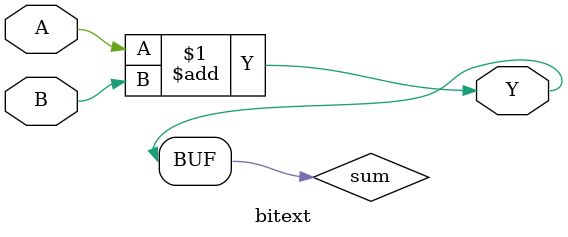
<source format=v>
(* techmap_celltype = "bitext" *)
module bitext (A, B, Y);
   parameter A_SIGNED = 0;
   parameter B_SIGNED = 0;
   parameter A_WIDTH = 1;
   parameter B_WIDTH = 1;

   localparam SUM_WIDTH = (A_WIDTH > B_WIDTH) ? A_WIDTH : B_WIDTH;

   (* force_downto *)
   input [A_WIDTH-1:0] A;
   (* force_downto *)
   input [B_WIDTH-1:0] B;
   output Y;

   wire [SUM_WIDTH-1:0] sum;

   assign sum = A + B;
   assign Y = sum[SUM_WIDTH-1];
endmodule // bitext

</source>
